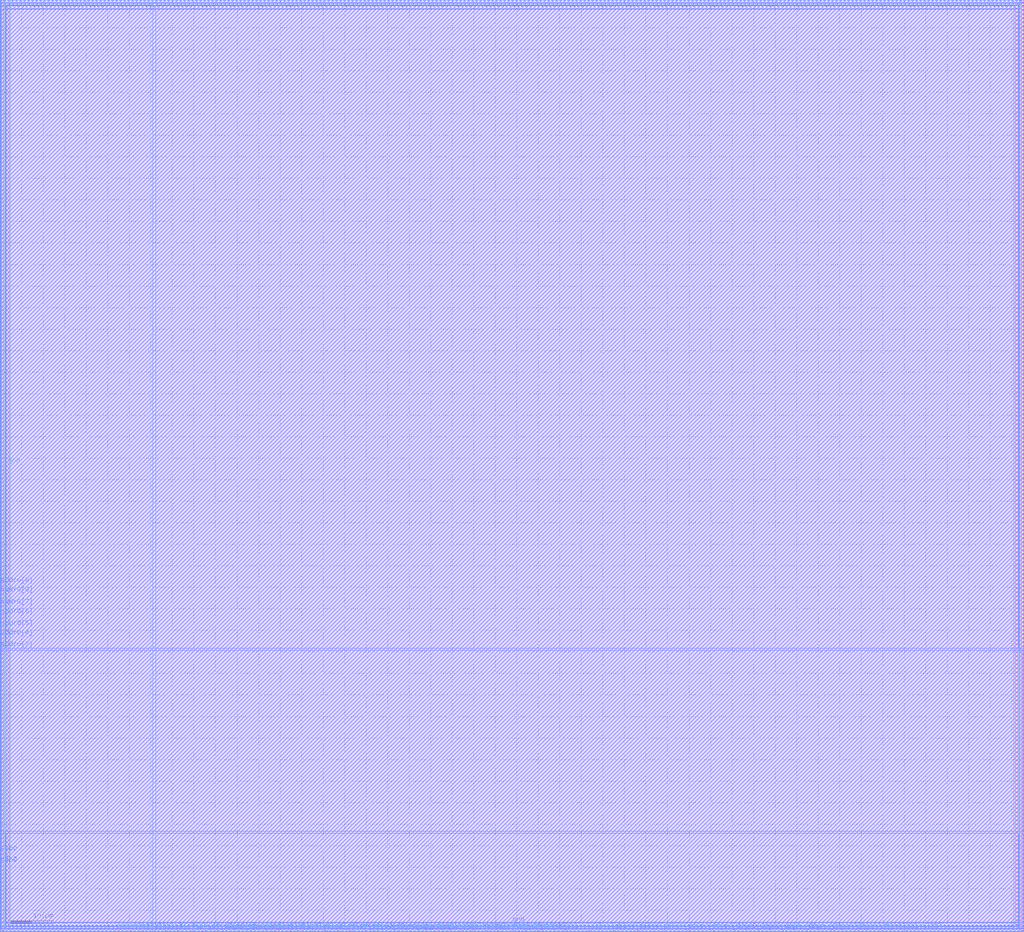
<source format=lef>
VERSION 5.4 ;
NAMESCASESENSITIVE ON ;
BUSBITCHARS "[]" ;
DIVIDERCHAR "/" ;
UNITS
  DATABASE MICRONS 2000 ;
END UNITS
MACRO sram_32b_1024_1rw_freepdk45
   CLASS BLOCK ;
   SIZE 237.8625 BY 216.5075 ;
   SYMMETRY X Y R90 ;
   PIN din0[0]
      DIRECTION INPUT ;
      PORT
         LAYER metal4 ;
         RECT  35.705 0.0 35.845 0.14 ;
      END
   END din0[0]
   PIN din0[1]
      DIRECTION INPUT ;
      PORT
         LAYER metal4 ;
         RECT  38.565 0.0 38.705 0.14 ;
      END
   END din0[1]
   PIN din0[2]
      DIRECTION INPUT ;
      PORT
         LAYER metal4 ;
         RECT  41.425 0.0 41.565 0.14 ;
      END
   END din0[2]
   PIN din0[3]
      DIRECTION INPUT ;
      PORT
         LAYER metal4 ;
         RECT  44.285 0.0 44.425 0.14 ;
      END
   END din0[3]
   PIN din0[4]
      DIRECTION INPUT ;
      PORT
         LAYER metal4 ;
         RECT  47.145 0.0 47.285 0.14 ;
      END
   END din0[4]
   PIN din0[5]
      DIRECTION INPUT ;
      PORT
         LAYER metal4 ;
         RECT  50.005 0.0 50.145 0.14 ;
      END
   END din0[5]
   PIN din0[6]
      DIRECTION INPUT ;
      PORT
         LAYER metal4 ;
         RECT  52.865 0.0 53.005 0.14 ;
      END
   END din0[6]
   PIN din0[7]
      DIRECTION INPUT ;
      PORT
         LAYER metal4 ;
         RECT  55.725 0.0 55.865 0.14 ;
      END
   END din0[7]
   PIN din0[8]
      DIRECTION INPUT ;
      PORT
         LAYER metal4 ;
         RECT  58.585 0.0 58.725 0.14 ;
      END
   END din0[8]
   PIN din0[9]
      DIRECTION INPUT ;
      PORT
         LAYER metal4 ;
         RECT  61.445 0.0 61.585 0.14 ;
      END
   END din0[9]
   PIN din0[10]
      DIRECTION INPUT ;
      PORT
         LAYER metal4 ;
         RECT  64.305 0.0 64.445 0.14 ;
      END
   END din0[10]
   PIN din0[11]
      DIRECTION INPUT ;
      PORT
         LAYER metal4 ;
         RECT  67.165 0.0 67.305 0.14 ;
      END
   END din0[11]
   PIN din0[12]
      DIRECTION INPUT ;
      PORT
         LAYER metal4 ;
         RECT  70.025 0.0 70.165 0.14 ;
      END
   END din0[12]
   PIN din0[13]
      DIRECTION INPUT ;
      PORT
         LAYER metal4 ;
         RECT  72.885 0.0 73.025 0.14 ;
      END
   END din0[13]
   PIN din0[14]
      DIRECTION INPUT ;
      PORT
         LAYER metal4 ;
         RECT  75.745 0.0 75.885 0.14 ;
      END
   END din0[14]
   PIN din0[15]
      DIRECTION INPUT ;
      PORT
         LAYER metal4 ;
         RECT  78.605 0.0 78.745 0.14 ;
      END
   END din0[15]
   PIN din0[16]
      DIRECTION INPUT ;
      PORT
         LAYER metal4 ;
         RECT  81.465 0.0 81.605 0.14 ;
      END
   END din0[16]
   PIN din0[17]
      DIRECTION INPUT ;
      PORT
         LAYER metal4 ;
         RECT  84.325 0.0 84.465 0.14 ;
      END
   END din0[17]
   PIN din0[18]
      DIRECTION INPUT ;
      PORT
         LAYER metal4 ;
         RECT  87.185 0.0 87.325 0.14 ;
      END
   END din0[18]
   PIN din0[19]
      DIRECTION INPUT ;
      PORT
         LAYER metal4 ;
         RECT  90.045 0.0 90.185 0.14 ;
      END
   END din0[19]
   PIN din0[20]
      DIRECTION INPUT ;
      PORT
         LAYER metal4 ;
         RECT  92.905 0.0 93.045 0.14 ;
      END
   END din0[20]
   PIN din0[21]
      DIRECTION INPUT ;
      PORT
         LAYER metal4 ;
         RECT  95.765 0.0 95.905 0.14 ;
      END
   END din0[21]
   PIN din0[22]
      DIRECTION INPUT ;
      PORT
         LAYER metal4 ;
         RECT  98.625 0.0 98.765 0.14 ;
      END
   END din0[22]
   PIN din0[23]
      DIRECTION INPUT ;
      PORT
         LAYER metal4 ;
         RECT  101.485 0.0 101.625 0.14 ;
      END
   END din0[23]
   PIN din0[24]
      DIRECTION INPUT ;
      PORT
         LAYER metal4 ;
         RECT  104.345 0.0 104.485 0.14 ;
      END
   END din0[24]
   PIN din0[25]
      DIRECTION INPUT ;
      PORT
         LAYER metal4 ;
         RECT  107.205 0.0 107.345 0.14 ;
      END
   END din0[25]
   PIN din0[26]
      DIRECTION INPUT ;
      PORT
         LAYER metal4 ;
         RECT  110.065 0.0 110.205 0.14 ;
      END
   END din0[26]
   PIN din0[27]
      DIRECTION INPUT ;
      PORT
         LAYER metal4 ;
         RECT  112.925 0.0 113.065 0.14 ;
      END
   END din0[27]
   PIN din0[28]
      DIRECTION INPUT ;
      PORT
         LAYER metal4 ;
         RECT  115.785 0.0 115.925 0.14 ;
      END
   END din0[28]
   PIN din0[29]
      DIRECTION INPUT ;
      PORT
         LAYER metal4 ;
         RECT  118.645 0.0 118.785 0.14 ;
      END
   END din0[29]
   PIN din0[30]
      DIRECTION INPUT ;
      PORT
         LAYER metal4 ;
         RECT  121.505 0.0 121.645 0.14 ;
      END
   END din0[30]
   PIN din0[31]
      DIRECTION INPUT ;
      PORT
         LAYER metal4 ;
         RECT  124.365 0.0 124.505 0.14 ;
      END
   END din0[31]
   PIN addr0[0]
      DIRECTION INPUT ;
      PORT
         LAYER metal4 ;
         RECT  27.125 0.0 27.265 0.14 ;
      END
   END addr0[0]
   PIN addr0[1]
      DIRECTION INPUT ;
      PORT
         LAYER metal4 ;
         RECT  29.985 0.0 30.125 0.14 ;
      END
   END addr0[1]
   PIN addr0[2]
      DIRECTION INPUT ;
      PORT
         LAYER metal4 ;
         RECT  32.845 0.0 32.985 0.14 ;
      END
   END addr0[2]
   PIN addr0[3]
      DIRECTION INPUT ;
      PORT
         LAYER metal3 ;
         RECT  0.0 65.55 0.14 65.69 ;
      END
   END addr0[3]
   PIN addr0[4]
      DIRECTION INPUT ;
      PORT
         LAYER metal3 ;
         RECT  0.0 68.28 0.14 68.42 ;
      END
   END addr0[4]
   PIN addr0[5]
      DIRECTION INPUT ;
      PORT
         LAYER metal3 ;
         RECT  0.0 70.49 0.14 70.63 ;
      END
   END addr0[5]
   PIN addr0[6]
      DIRECTION INPUT ;
      PORT
         LAYER metal3 ;
         RECT  0.0 73.22 0.14 73.36 ;
      END
   END addr0[6]
   PIN addr0[7]
      DIRECTION INPUT ;
      PORT
         LAYER metal3 ;
         RECT  0.0 75.43 0.14 75.57 ;
      END
   END addr0[7]
   PIN addr0[8]
      DIRECTION INPUT ;
      PORT
         LAYER metal3 ;
         RECT  0.0 78.16 0.14 78.3 ;
      END
   END addr0[8]
   PIN addr0[9]
      DIRECTION INPUT ;
      PORT
         LAYER metal3 ;
         RECT  0.0 80.37 0.14 80.51 ;
      END
   END addr0[9]
   PIN csb0
      DIRECTION INPUT ;
      PORT
         LAYER metal3 ;
         RECT  0.0 15.37 0.14 15.51 ;
      END
   END csb0
   PIN web0
      DIRECTION INPUT ;
      PORT
         LAYER metal3 ;
         RECT  0.0 18.1 0.14 18.24 ;
      END
   END web0
   PIN clk0
      DIRECTION INPUT ;
      PORT
         LAYER metal3 ;
         RECT  0.0 15.605 0.14 15.745 ;
      END
   END clk0
   PIN dout0[0]
      DIRECTION OUTPUT ;
      PORT
         LAYER metal4 ;
         RECT  52.1075 0.0 52.2475 0.14 ;
      END
   END dout0[0]
   PIN dout0[1]
      DIRECTION OUTPUT ;
      PORT
         LAYER metal4 ;
         RECT  57.8275 0.0 57.9675 0.14 ;
      END
   END dout0[1]
   PIN dout0[2]
      DIRECTION OUTPUT ;
      PORT
         LAYER metal4 ;
         RECT  63.47 0.0 63.61 0.14 ;
      END
   END dout0[2]
   PIN dout0[3]
      DIRECTION OUTPUT ;
      PORT
         LAYER metal4 ;
         RECT  69.2675 0.0 69.4075 0.14 ;
      END
   END dout0[3]
   PIN dout0[4]
      DIRECTION OUTPUT ;
      PORT
         LAYER metal4 ;
         RECT  74.985 0.0 75.125 0.14 ;
      END
   END dout0[4]
   PIN dout0[5]
      DIRECTION OUTPUT ;
      PORT
         LAYER metal4 ;
         RECT  80.625 0.0 80.765 0.14 ;
      END
   END dout0[5]
   PIN dout0[6]
      DIRECTION OUTPUT ;
      PORT
         LAYER metal4 ;
         RECT  86.265 0.0 86.405 0.14 ;
      END
   END dout0[6]
   PIN dout0[7]
      DIRECTION OUTPUT ;
      PORT
         LAYER metal4 ;
         RECT  91.905 0.0 92.045 0.14 ;
      END
   END dout0[7]
   PIN dout0[8]
      DIRECTION OUTPUT ;
      PORT
         LAYER metal4 ;
         RECT  97.545 0.0 97.685 0.14 ;
      END
   END dout0[8]
   PIN dout0[9]
      DIRECTION OUTPUT ;
      PORT
         LAYER metal4 ;
         RECT  103.185 0.0 103.325 0.14 ;
      END
   END dout0[9]
   PIN dout0[10]
      DIRECTION OUTPUT ;
      PORT
         LAYER metal4 ;
         RECT  108.825 0.0 108.965 0.14 ;
      END
   END dout0[10]
   PIN dout0[11]
      DIRECTION OUTPUT ;
      PORT
         LAYER metal4 ;
         RECT  114.465 0.0 114.605 0.14 ;
      END
   END dout0[11]
   PIN dout0[12]
      DIRECTION OUTPUT ;
      PORT
         LAYER metal4 ;
         RECT  120.105 0.0 120.245 0.14 ;
      END
   END dout0[12]
   PIN dout0[13]
      DIRECTION OUTPUT ;
      PORT
         LAYER metal4 ;
         RECT  125.745 0.0 125.885 0.14 ;
      END
   END dout0[13]
   PIN dout0[14]
      DIRECTION OUTPUT ;
      PORT
         LAYER metal4 ;
         RECT  131.385 0.0 131.525 0.14 ;
      END
   END dout0[14]
   PIN dout0[15]
      DIRECTION OUTPUT ;
      PORT
         LAYER metal4 ;
         RECT  137.025 0.0 137.165 0.14 ;
      END
   END dout0[15]
   PIN dout0[16]
      DIRECTION OUTPUT ;
      PORT
         LAYER metal4 ;
         RECT  142.665 0.0 142.805 0.14 ;
      END
   END dout0[16]
   PIN dout0[17]
      DIRECTION OUTPUT ;
      PORT
         LAYER metal4 ;
         RECT  148.305 0.0 148.445 0.14 ;
      END
   END dout0[17]
   PIN dout0[18]
      DIRECTION OUTPUT ;
      PORT
         LAYER metal4 ;
         RECT  153.945 0.0 154.085 0.14 ;
      END
   END dout0[18]
   PIN dout0[19]
      DIRECTION OUTPUT ;
      PORT
         LAYER metal4 ;
         RECT  159.585 0.0 159.725 0.14 ;
      END
   END dout0[19]
   PIN dout0[20]
      DIRECTION OUTPUT ;
      PORT
         LAYER metal4 ;
         RECT  165.225 0.0 165.365 0.14 ;
      END
   END dout0[20]
   PIN dout0[21]
      DIRECTION OUTPUT ;
      PORT
         LAYER metal4 ;
         RECT  170.865 0.0 171.005 0.14 ;
      END
   END dout0[21]
   PIN dout0[22]
      DIRECTION OUTPUT ;
      PORT
         LAYER metal4 ;
         RECT  176.505 0.0 176.645 0.14 ;
      END
   END dout0[22]
   PIN dout0[23]
      DIRECTION OUTPUT ;
      PORT
         LAYER metal4 ;
         RECT  182.145 0.0 182.285 0.14 ;
      END
   END dout0[23]
   PIN dout0[24]
      DIRECTION OUTPUT ;
      PORT
         LAYER metal4 ;
         RECT  187.785 0.0 187.925 0.14 ;
      END
   END dout0[24]
   PIN dout0[25]
      DIRECTION OUTPUT ;
      PORT
         LAYER metal4 ;
         RECT  193.425 0.0 193.565 0.14 ;
      END
   END dout0[25]
   PIN dout0[26]
      DIRECTION OUTPUT ;
      PORT
         LAYER metal4 ;
         RECT  199.065 0.0 199.205 0.14 ;
      END
   END dout0[26]
   PIN dout0[27]
      DIRECTION OUTPUT ;
      PORT
         LAYER metal4 ;
         RECT  204.705 0.0 204.845 0.14 ;
      END
   END dout0[27]
   PIN dout0[28]
      DIRECTION OUTPUT ;
      PORT
         LAYER metal4 ;
         RECT  210.345 0.0 210.485 0.14 ;
      END
   END dout0[28]
   PIN dout0[29]
      DIRECTION OUTPUT ;
      PORT
         LAYER metal3 ;
         RECT  237.7225 23.0125 237.8625 23.1525 ;
      END
   END dout0[29]
   PIN dout0[30]
      DIRECTION OUTPUT ;
      PORT
         LAYER metal3 ;
         RECT  237.7225 22.5425 237.8625 22.6825 ;
      END
   END dout0[30]
   PIN dout0[31]
      DIRECTION OUTPUT ;
      PORT
         LAYER metal3 ;
         RECT  237.7225 22.7775 237.8625 22.9175 ;
      END
   END dout0[31]
   PIN vdd
      DIRECTION INOUT ;
      USE POWER ; 
      SHAPE ABUTMENT ; 
      PORT
         LAYER metal3 ;
         RECT  0.0 0.0 237.8625 0.7 ;
         LAYER metal4 ;
         RECT  0.0 0.0 0.7 216.5075 ;
         LAYER metal4 ;
         RECT  237.1625 0.0 237.8625 216.5075 ;
         LAYER metal3 ;
         RECT  0.0 215.8075 237.8625 216.5075 ;
      END
   END vdd
   PIN gnd
      DIRECTION INOUT ;
      USE GROUND ; 
      SHAPE ABUTMENT ; 
      PORT
         LAYER metal3 ;
         RECT  1.4 214.4075 236.4625 215.1075 ;
         LAYER metal4 ;
         RECT  235.7625 1.4 236.4625 215.1075 ;
         LAYER metal3 ;
         RECT  1.4 1.4 236.4625 2.1 ;
         LAYER metal4 ;
         RECT  1.4 1.4 2.1 215.1075 ;
      END
   END gnd
   OBS
   LAYER  metal1 ;
      RECT  0.14 0.14 237.7225 216.3675 ;
   LAYER  metal2 ;
      RECT  0.14 0.14 237.7225 216.3675 ;
   LAYER  metal3 ;
      RECT  0.28 65.41 237.7225 65.83 ;
      RECT  0.14 65.83 0.28 68.14 ;
      RECT  0.14 68.56 0.28 70.35 ;
      RECT  0.14 70.77 0.28 73.08 ;
      RECT  0.14 73.5 0.28 75.29 ;
      RECT  0.14 75.71 0.28 78.02 ;
      RECT  0.14 78.44 0.28 80.23 ;
      RECT  0.14 18.38 0.28 65.41 ;
      RECT  0.14 15.885 0.28 17.96 ;
      RECT  0.28 22.8725 237.5825 23.2925 ;
      RECT  0.28 23.2925 237.5825 65.41 ;
      RECT  237.5825 23.2925 237.7225 65.41 ;
      RECT  0.14 0.84 0.28 15.23 ;
      RECT  237.5825 0.84 237.7225 22.4025 ;
      RECT  0.14 80.65 0.28 215.6675 ;
      RECT  0.28 65.83 1.26 214.2675 ;
      RECT  0.28 214.2675 1.26 215.2475 ;
      RECT  0.28 215.2475 1.26 215.6675 ;
      RECT  1.26 65.83 236.6025 214.2675 ;
      RECT  1.26 215.2475 236.6025 215.6675 ;
      RECT  236.6025 65.83 237.7225 214.2675 ;
      RECT  236.6025 214.2675 237.7225 215.2475 ;
      RECT  236.6025 215.2475 237.7225 215.6675 ;
      RECT  0.28 0.84 1.26 1.26 ;
      RECT  0.28 1.26 1.26 2.24 ;
      RECT  0.28 2.24 1.26 22.8725 ;
      RECT  1.26 0.84 236.6025 1.26 ;
      RECT  1.26 2.24 236.6025 22.8725 ;
      RECT  236.6025 0.84 237.5825 1.26 ;
      RECT  236.6025 1.26 237.5825 2.24 ;
      RECT  236.6025 2.24 237.5825 22.8725 ;
   LAYER  metal4 ;
      RECT  35.425 0.42 36.125 216.3675 ;
      RECT  36.125 0.14 38.285 0.42 ;
      RECT  38.985 0.14 41.145 0.42 ;
      RECT  41.845 0.14 44.005 0.42 ;
      RECT  44.705 0.14 46.865 0.42 ;
      RECT  47.565 0.14 49.725 0.42 ;
      RECT  53.285 0.14 55.445 0.42 ;
      RECT  59.005 0.14 61.165 0.42 ;
      RECT  64.725 0.14 66.885 0.42 ;
      RECT  70.445 0.14 72.605 0.42 ;
      RECT  76.165 0.14 78.325 0.42 ;
      RECT  81.885 0.14 84.045 0.42 ;
      RECT  87.605 0.14 89.765 0.42 ;
      RECT  93.325 0.14 95.485 0.42 ;
      RECT  99.045 0.14 101.205 0.42 ;
      RECT  104.765 0.14 106.925 0.42 ;
      RECT  110.485 0.14 112.645 0.42 ;
      RECT  116.205 0.14 118.365 0.42 ;
      RECT  121.925 0.14 124.085 0.42 ;
      RECT  27.545 0.14 29.705 0.42 ;
      RECT  30.405 0.14 32.565 0.42 ;
      RECT  33.265 0.14 35.425 0.42 ;
      RECT  50.425 0.14 51.8275 0.42 ;
      RECT  52.5275 0.14 52.585 0.42 ;
      RECT  56.145 0.14 57.5475 0.42 ;
      RECT  58.2475 0.14 58.305 0.42 ;
      RECT  61.865 0.14 63.19 0.42 ;
      RECT  63.89 0.14 64.025 0.42 ;
      RECT  67.585 0.14 68.9875 0.42 ;
      RECT  69.6875 0.14 69.745 0.42 ;
      RECT  73.305 0.14 74.705 0.42 ;
      RECT  75.405 0.14 75.465 0.42 ;
      RECT  79.025 0.14 80.345 0.42 ;
      RECT  81.045 0.14 81.185 0.42 ;
      RECT  84.745 0.14 85.985 0.42 ;
      RECT  86.685 0.14 86.905 0.42 ;
      RECT  90.465 0.14 91.625 0.42 ;
      RECT  92.325 0.14 92.625 0.42 ;
      RECT  96.185 0.14 97.265 0.42 ;
      RECT  97.965 0.14 98.345 0.42 ;
      RECT  101.905 0.14 102.905 0.42 ;
      RECT  103.605 0.14 104.065 0.42 ;
      RECT  107.625 0.14 108.545 0.42 ;
      RECT  109.245 0.14 109.785 0.42 ;
      RECT  113.345 0.14 114.185 0.42 ;
      RECT  114.885 0.14 115.505 0.42 ;
      RECT  119.065 0.14 119.825 0.42 ;
      RECT  120.525 0.14 121.225 0.42 ;
      RECT  124.785 0.14 125.465 0.42 ;
      RECT  126.165 0.14 131.105 0.42 ;
      RECT  131.805 0.14 136.745 0.42 ;
      RECT  137.445 0.14 142.385 0.42 ;
      RECT  143.085 0.14 148.025 0.42 ;
      RECT  148.725 0.14 153.665 0.42 ;
      RECT  154.365 0.14 159.305 0.42 ;
      RECT  160.005 0.14 164.945 0.42 ;
      RECT  165.645 0.14 170.585 0.42 ;
      RECT  171.285 0.14 176.225 0.42 ;
      RECT  176.925 0.14 181.865 0.42 ;
      RECT  182.565 0.14 187.505 0.42 ;
      RECT  188.205 0.14 193.145 0.42 ;
      RECT  193.845 0.14 198.785 0.42 ;
      RECT  199.485 0.14 204.425 0.42 ;
      RECT  205.125 0.14 210.065 0.42 ;
      RECT  0.98 0.14 26.845 0.42 ;
      RECT  210.765 0.14 236.8825 0.42 ;
      RECT  36.125 0.42 235.4825 1.12 ;
      RECT  36.125 1.12 235.4825 215.3875 ;
      RECT  36.125 215.3875 235.4825 216.3675 ;
      RECT  235.4825 0.42 236.7425 1.12 ;
      RECT  235.4825 215.3875 236.7425 216.3675 ;
      RECT  236.7425 0.42 236.8825 1.12 ;
      RECT  236.7425 1.12 236.8825 215.3875 ;
      RECT  236.7425 215.3875 236.8825 216.3675 ;
      RECT  0.98 0.42 1.12 1.12 ;
      RECT  0.98 1.12 1.12 215.3875 ;
      RECT  0.98 215.3875 1.12 216.3675 ;
      RECT  1.12 0.42 2.38 1.12 ;
      RECT  1.12 215.3875 2.38 216.3675 ;
      RECT  2.38 0.42 35.425 1.12 ;
      RECT  2.38 1.12 35.425 215.3875 ;
      RECT  2.38 215.3875 35.425 216.3675 ;
   END
END    sram_32b_1024_1rw_freepdk45
END    LIBRARY

</source>
